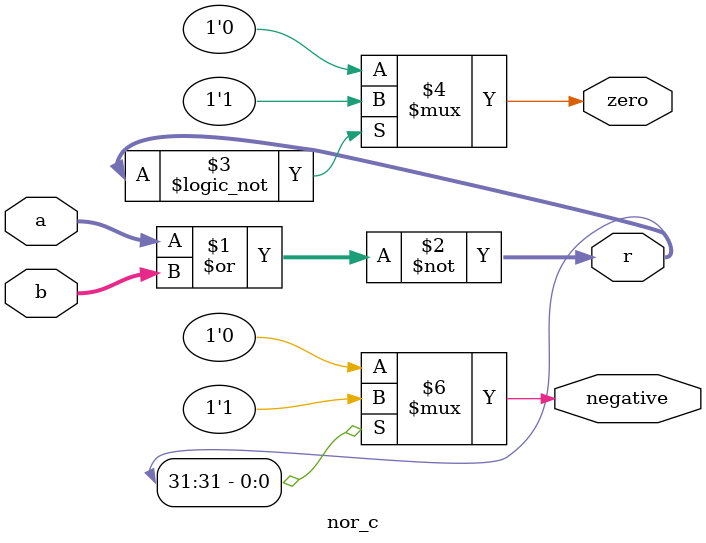
<source format=v>
`timescale 1ns / 1ps

module nor_c(a,b,r,zero,negative);
    input [31:0] a;
    input [31:0] b;
    output [31:0] r; 
    output zero;
    output negative;
   
    assign r=~(a|b);
    assign zero=(r==32'h0)?1'b1:1'b0;
    assign negative=(r[31]==1'b1)?1'b1:1'b0;    
endmodule


</source>
